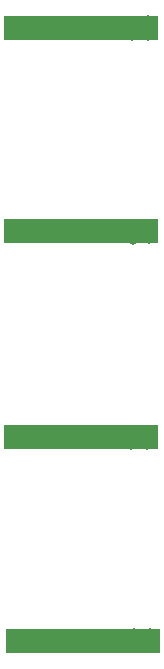
<source format=gbr>
%TF.GenerationSoftware,KiCad,Pcbnew,7.0.5*%
%TF.CreationDate,2023-05-31T19:25:15+02:00*%
%TF.ProjectId,78_1x39_1mm Solr tile,37382c31-7833-4392-9c31-6d6d20536f6c,rev?*%
%TF.SameCoordinates,Original*%
%TF.FileFunction,Copper,L1,Top*%
%TF.FilePolarity,Positive*%
%FSLAX46Y46*%
G04 Gerber Fmt 4.6, Leading zero omitted, Abs format (unit mm)*
G04 Created by KiCad (PCBNEW 7.0.5) date 2023-05-31 19:25:15*
%MOMM*%
%LPD*%
G01*
G04 APERTURE LIST*
%TA.AperFunction,SMDPad,CuDef*%
%ADD10R,13.000000X2.000000*%
%TD*%
%TA.AperFunction,ViaPad*%
%ADD11C,0.800000*%
%TD*%
G04 APERTURE END LIST*
D10*
%TO.P,REF\u002A\u002A,1*%
%TO.N,N/C*%
X48720000Y-84280000D03*
%TD*%
%TO.P,REF\u002A\u002A,1*%
%TO.N,N/C*%
X48510000Y-32380000D03*
%TD*%
%TO.P,REF\u002A\u002A,1*%
%TO.N,N/C*%
X48550000Y-67030000D03*
%TD*%
%TO.P,REF\u002A\u002A,1*%
%TO.N,N/C*%
X48570000Y-49620000D03*
%TD*%
D11*
%TO.N,*%
X54350000Y-84910000D03*
X53020000Y-84930000D03*
X54370000Y-83610000D03*
X53040000Y-83650000D03*
X54220000Y-33060000D03*
X52890000Y-33080000D03*
X52910000Y-31800000D03*
X54240000Y-31760000D03*
X54090000Y-67710000D03*
X52760000Y-67730000D03*
X52780000Y-66450000D03*
X54110000Y-66410000D03*
X54290000Y-50310000D03*
X52960000Y-50330000D03*
X52980000Y-49050000D03*
X54310000Y-49010000D03*
%TD*%
M02*

</source>
